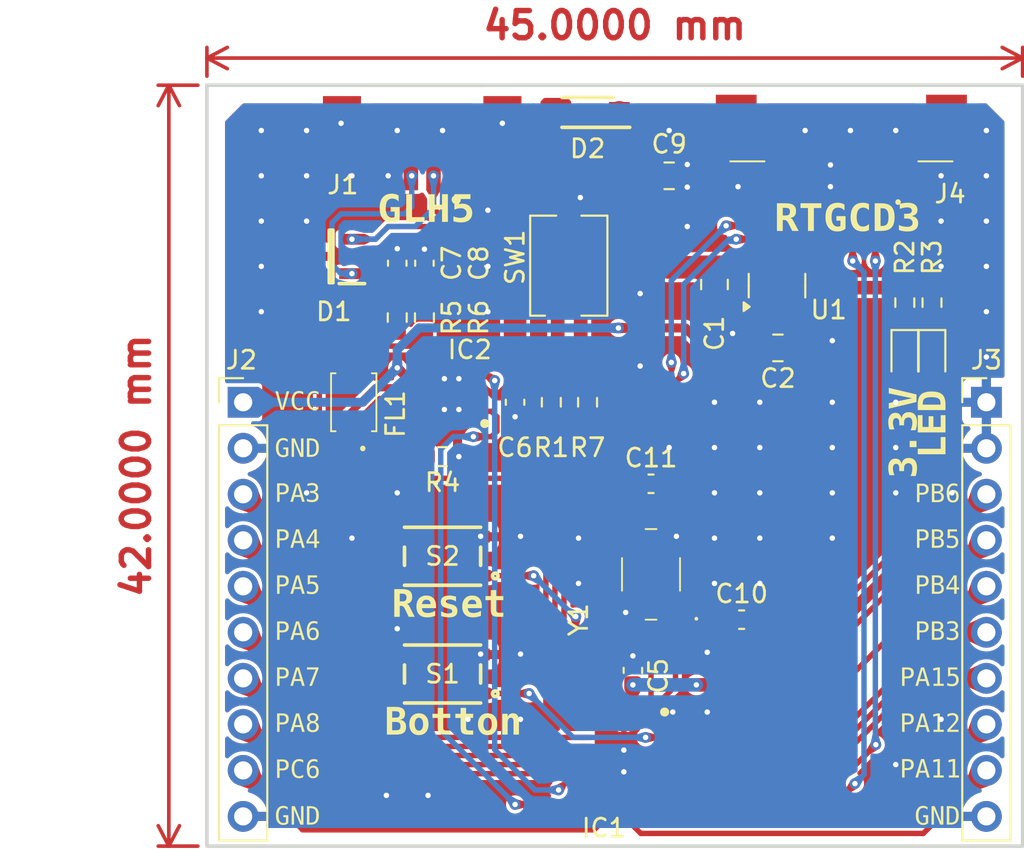
<source format=kicad_pcb>
(kicad_pcb (version 20240108) (generator "pcbnew") (generator_version "8.0")
  (layers (0 "F.Cu" signal) (31 "B.Cu" signal) (34 "B.Paste" user) (35 "F.Paste" user) (36 "B.SilkS" user "B.Silkscreen") (37 "F.SilkS" user "F.Silkscreen") (38 "B.Mask" user) (39 "F.Mask" user) (44 "Edge.Cuts" user))
  (net 0 "")
  (net 1 "GND")
  (net 2 "5V")
  (net 3 "+3.3V")
  (net 4 "CAN_L")
  (net 5 "CAN_H")
  (net 6 "OSC_IN")
  (net 7 "OSC_out")
  (net 8 "Net-(CPU1-K)")
  (net 9 "LED")
  (net 10 "Net-(D2-A)")
  (net 11 "Net-(IC2-CANL)")
  (net 12 "Net-(FL1-Pad2)")
  (net 13 "Net-(IC2-CANH)")
  (net 14 "Net-(FL1-Pad3)")
  (net 15 "SWCLK")
  (net 16 "PA4")
  (net 17 "BT")
  (net 18 "UART1_RX")
  (net 19 "PA3")
  (net 20 "FDCAN_TX")
  (net 21 "PA15")
  (net 22 "PA12")
  (net 23 "UART1_TX")
  (net 24 "SWDIO")
  (net 25 "PA7")
  (net 26 "PA11")
  (net 27 "PB6")
  (net 28 "PB3")
  (net 29 "PA6")
  (net 30 "FDCAN_RX")
  (net 31 "PA5")
  (net 32 "PC6")
  (net 33 "nRST")
  (net 34 "PA8")
  (net 35 "PB5")
  (net 36 "PB4")
  (net 37 "Net-(IC2-S)")
  (net 38 "ID")
  (net 43 "Net-(3.3V1-K)")
  (net 44 "Net-(R1-Pad1)")
  (net 45 "Net-(R7-Pad1)")
  (footprint "Resistor_SMD:R_0603_1608Metric" (layer "F.Cu") (at 140.5 82 90)
    (property "Reference" "R2")
    (property "Value" "4.7K" (hide yes))
  )
  (footprint "TJA1051TK_3,118:SON65P300X300X100-9N-D" (layer "F.Cu") (at 115.45 87.025 180)
    (property "Reference" "IC2")
    (property "Value" "TJA1051TK_3,118" (hide yes))
  )
  (footprint "SKRPACE010:SKRPACE010" (layer "F.Cu") (at 115 102.5 180)
    (property "Reference" "S1")
    (property "Value" "SKRPACE010" (hide yes))
  )
  (footprint "Capacitor_SMD:C_0603_1608Metric" (layer "F.Cu") (at 125.5 102.3 90)
    (property "Reference" "C5")
    (property "Value" "100nF" (hide yes))
  )
  (footprint "Capacitor_SMD:C_0805_2012Metric" (layer "F.Cu") (at 133.5 84.5 180)
    (property "Reference" "C2")
    (property "Value" "2.2uF/10V" (hide yes))
  )
  (footprint "Capacitor_SMD:C_0805_2012Metric" (layer "F.Cu") (at 130 81 -90)
    (property "Reference" "C1")
    (property "Value" "10uF/25V" (hide yes))
  )
  (footprint "ESDCAN24-2BLY:SOT95P255X125-3N" (layer "F.Cu") (at 108.85 79.45 180)
    (property "Reference" "D1")
    (property "Value" "ESDCAN24-2BLY" (hide yes))
  )
  (footprint "Resistor_SMD:R_0603_1608Metric" (layer "F.Cu") (at 114 82.825 -90)
    (property "Reference" "R6")
    (property "Value" "10" (hide yes))
  )
  (footprint "SKRPACE010:SKRPACE010" (layer "F.Cu") (at 115 96 180)
    (property "Reference" "S2")
    (property "Value" "SKRPACE010" (hide yes))
  )
  (footprint "Resistor_SMD:R_0603_1608Metric" (layer "F.Cu") (at 123 87.5 -90)
    (property "Reference" "R7")
    (property "Value" "22" (hide yes))
  )
  (footprint "Resistor_SMD:R_0603_1608Metric" (layer "F.Cu") (at 121 87.5 -90)
    (property "Reference" "R1")
    (property "Value" "120" (hide yes))
  )
  (footprint "Resistor_SMD:R_0603_1608Metric" (layer "F.Cu") (at 115 90.5 180)
    (property "Reference" "R4")
    (property "Value" "10K" (hide yes))
  )
  (footprint "DSHP02TSGER:DSHP02TSGER" (layer "F.Cu") (at 121.35 83.8 90)
    (property "Reference" "SW1")
    (property "Value" "DSHP02TSGER" (hide yes))
  )
  (footprint "Capacitor_SMD:C_0603_1608Metric" (layer "F.Cu") (at 112.5 79.825 90)
    (property "Reference" "C7")
    (property "Value" "220pF" (hide yes))
  )
  (footprint "Capacitor_SMD:C_0805_2012Metric" (layer "F.Cu") (at 127.5 75)
    (property "Reference" "C9")
    (property "Value" "10uF/25V" (hide yes))
  )
  (footprint "Capacitor_SMD:C_0603_1608Metric" (layer "F.Cu") (at 114 79.825 90)
    (property "Reference" "C8")
    (property "Value" "220pF" (hide yes))
  )
  (footprint "LED_SMD:LED_0603_1608Metric" (layer "F.Cu") (at 142 85 -90)
    (property "Reference" "CPU1" (hide yes))
    (property "Value" "LED" (hide yes))
  )
  (footprint "STM32C092GCU6:QFN50P400X400X60-28N-D" (layer "F.Cu") (at 125 107 -90)
    (property "Reference" "IC1")
    (property "Value" "STM32C092GCU6" (hide yes))
  )
  (footprint "Package_TO_SOT_SMD:SOT-23" (layer "F.Cu") (at 133.45 81.0625 90)
    (property "Reference" "U1")
    (property "Value" "XC6206P332MR" (hide yes))
  )
  (footprint "Connector_PinHeader_2.54mm:PinHeader_1x10_P2.54mm_Vertical" (layer "F.Cu") (at 145 87.5)
    (property "Reference" "J3")
    (property "Value" "Conn_01x10" (hide yes))
  )
  (footprint "Capacitor_SMD:C_0603_1608Metric" (layer "F.Cu") (at 119 87.5 -90)
    (property "Reference" "C6")
    (property "Value" "100nF/25V" (hide yes))
  )
  (footprint "DLW32SH101XF2L:DLW32SH101XF2L" (layer "F.Cu") (at 110.1 87.5 90)
    (property "Reference" "FL1")
    (property "Value" "DLW32SH101XF2L" (hide yes))
  )
  (footprint "Capacitor_SMD:C_0603_1608Metric" (layer "F.Cu") (at 126.5 92)
    (property "Reference" "C11")
    (property "Value" "8.2pF" (hide yes))
  )
  (footprint "53261-0471:53261-0471" (layer "F.Cu") (at 113.875 74.2 180)
    (property "Reference" "J1")
    (property "Value" "12505WS-04" (hide yes))
  )
  (footprint "53261-0671:532610671" (layer "F.Cu") (at 137 72.1 180)
    (property "Reference" "J4")
    (property "Value" "12505WS-06" (hide yes))
  )
  (footprint "LED_SMD:LED_0603_1608Metric" (layer "F.Cu") (at 140.5 85 -90)
    (property "Reference" "3.3V1" (hide yes))
    (property "Value" "LED" (hide yes))
  )
  (footprint "Resistor_SMD:R_0603_1608Metric" (layer "F.Cu") (at 142 82 90)
    (property "Reference" "R3")
    (property "Value" "4.7K" (hide yes))
  )
  (footprint "Capacitor_SMD:C_0603_1608Metric" (layer "F.Cu") (at 131.5 99.5)
    (property "Reference" "C10")
    (property "Value" "8.2pF" (hide yes))
  )
  (footprint "Connector_PinHeader_2.54mm:PinHeader_1x10_P2.54mm_Vertical" (layer "F.Cu") (at 104 87.5)
    (property "Reference" "J2")
    (property "Value" "Conn_01x10" (hide yes))
  )
  (footprint "SM5817PL-TP:SOD3716X120N" (layer "F.Cu") (at 123 71.5 180)
    (property "Reference" "D2")
    (property "Value" "SM5817PL-TP" (hide yes))
  )
  (footprint "Resistor_SMD:R_0603_1608Metric" (layer "F.Cu") (at 112.5 82.825 -90)
    (property "Reference" "R5")
    (property "Value" "10" (hide yes))
  )
  (footprint "XTAL_50X32mm:XTAL_50X32mm" (layer "F.Cu") (at 126.5 97 90)
    (property "Reference" "Y1")
    (property "Value" "8MHz_50X32mm" (hide yes))
  )
  (gr_rect (start 102 70) (end 147 112) (stroke (width 0.2)) (fill none) (layer "Edge.Cuts"))
  (gr_text "PA12" (at 141.9 105.279293 0) (layer "F.SilkS") (effects (font (size 1 1))))
  (gr_text "RTGCD3" (at 133.3 78.3 0) (layer "F.SilkS") (effects (font (size 1.5 1.6) (thickness 0.3) (bold yes)) (justify left bottom)))
  (gr_text "GND" (at 142.3 110.4 0) (layer "F.SilkS") (effects (font (size 1 1))))
  (gr_text "PA7" (at 107 102.739293 0) (layer "F.SilkS") (effects (font (size 1 1))))
  (gr_text "GND" (at 107.000707 110.4 0) (layer "F.SilkS") (effects (font (size 1 1))))
  (gr_text "PC6" (at 107 107.819293 0) (layer "F.SilkS") (effects (font (size 1 1))))
  (gr_text "LED" (at 143 90.6 90) (layer "F.SilkS") (effects (font (size 1.5 1.5) (thickness 0.3) (bold yes)) (justify left bottom)))
  (gr_text "PA6" (at 107 100.199293 0) (layer "F.SilkS") (effects (font (size 1 1))))
  (gr_text "PB4" (at 142.3 97.659293 0) (layer "F.SilkS") (effects (font (size 1 1))))
  (gr_text "PB5" (at 142.3 95.119293 0) (layer "F.SilkS") (effects (font (size 1 1))))
  (gr_text "PA3" (at 107 92.579293 0) (layer "F.SilkS") (effects (font (size 1 1))))
  (gr_text "Botton" (at 111.8 106.1 0) (layer "F.SilkS") (effects (font (size 1.5 1.5) (thickness 0.3) (bold yes)) (justify left bottom)))
  (gr_text "PA11" (at 141.9 107.8 0) (layer "F.SilkS") (effects (font (size 1 1))))
  (gr_text "VCC" (at 107 87.5 0) (layer "F.SilkS") (effects (font (size 1 1))))
  (gr_text "GLH5" (at 111.4 77.8 0) (layer "F.SilkS") (effects (font (size 1.5 1.6) (thickness 0.3) (bold yes)) (justify left bottom)))
  (gr_text "PA8" (at 107 105.279293 0) (layer "F.SilkS") (effects (font (size 1 1))))
  (gr_text "GND" (at 107 90.1 0) (layer "F.SilkS") (effects (font (size 1 1))))
  (gr_text "PA15" (at 141.9 102.74 0) (layer "F.SilkS") (effects (font (size 1 1))))
  (gr_text "PA4" (at 107 95.119293 0) (layer "F.SilkS") (effects (font (size 1 1))))
  (gr_text "PB3" (at 142.3 100.2 0) (layer "F.SilkS") (effects (font (size 1 1))))
  (gr_text "3.3V" (at 141.4 91.7 90) (layer "F.SilkS") (effects (font (size 1.5 1.5) (thickness 0.3) (bold yes)) (justify left bottom)))
  (gr_text "PB6" (at 142.3 92.6 0) (layer "F.SilkS") (effects (font (size 1 1))))
  (gr_text "PA5" (at 107 97.659293 0) (layer "F.SilkS") (effects (font (size 1 1))))
  (gr_text "Reset" (at 112.2 99.6 0) (layer "F.SilkS") (effects (font (size 1.5 1.5) (thickness 0.3) (bold yes)) (justify left bottom)))
  (dimension (type aligned) (layer "F.Cu") (pts (xy 102 70) (xy 102 112)) (height 2.1) (gr_text "42.0000 mm" (at 98.1 91 90) (layer "F.Cu") (effects (font (size 1.5 1.5) (thickness 0.3)))) (format (prefix "") (suffix "") (units 3) (units_format 1) (precision 4)) (style (thickness 0.2) (arrow_length 1.27) (text_position_mode 0) (extension_height 0.58642) (extension_offset 0.5) keep_text_aligned))
  (dimension (type aligned) (layer "F.Cu") (pts (xy 102 70) (xy 147 70)) (height -1.5) (gr_text "45.0000 mm" (at 124.5 66.7 0) (layer "F.Cu") (effects (font (size 1.5 1.5) (thickness 0.3)))) (format (prefix "") (suffix "") (units 3) (units_format 1) (precision 4)) (style (thickness 0.2) (arrow_length 1.27) (text_position_mode 0) (extension_height 0.58642) (extension_offset 0.5) keep_text_aligned))
  (segment (start 115.775 87.35) (end 115.45 87.025) (width 0.4) (layer "F.Cu") (net 1))
  (segment (start 116.9 87.35) (end 115.775 87.35) (width 0.4) (layer "F.Cu") (net 1))
  (via (at 117.5 76.9) (size 0.6) (drill 0.3) (layers "F.Cu" "B.Cu") (net 1))
  (via (at 118.3 72.1) (size 0.6) (drill 0.3) (layers "F.Cu" "B.Cu") (net 1))
  (via (at 125 107.9) (size 0.6) (drill 0.3) (layers "F.Cu" "B.Cu") (net 1))
  (via (at 136.5 84.1) (size 0.6) (drill 0.3) (layers "F.Cu" "B.Cu") (net 1))
  (via (at 105 80) (size 0.6) (drill 0.3) (layers "F.Cu" "B.Cu") (net 1))
  (via (at 119.3 94.9) (size 0.6) (drill 0.3) (layers "F.Cu" "B.Cu") (net 1))
  (via (at 143.1 92.5) (size 0.6) (drill 0.3) (layers "F.Cu" "B.Cu") (net 1))
  (via (at 112.5 72.5) (size 0.6) (drill 0.3) (layers "F.Cu" "B.Cu") (net 1))
  (via (at 142.5 80) (size 0.6) (drill 0.3) (layers "F.Cu" "B.Cu") (net 1))
  (via (at 140 92.5) (size 0.6) (drill 0.3) (layers "F.Cu" "B.Cu") (net 1))
  (via (at 140 107.5) (size 0.6) (drill 0.3) (layers "F.Cu" "B.Cu") (net 1))
  (via (at 119.3 101.4) (size 0.6) (drill 0.3) (layers "F.Cu" "B.Cu") (net 1))
  (via (at 140 72.5) (size 0.6) (drill 0.3) (layers "F.Cu" "B.Cu") (net 1))
  (via (at 119.3 105) (size 0.6) (drill 0.3) (layers "F.Cu" "B.Cu") (net 1))
  (via (at 117.1 101.4) (size 0.6) (drill 0.3) (layers "F.Cu" "B.Cu") (net 1))
  (via (at 145 77.5) (size 0.6) (drill 0.3) (layers "F.Cu" "B.Cu") (net 1))
  (via (at 129.6 101.3) (size 0.6) (drill 0.3) (layers "F.Cu" "B.Cu") (net 1))
  (via (at 132.5 87.5) (size 0.6) (drill 0.3) (layers "F.Cu" "B.Cu") (net 1))
  (via (at 130 97.5) (size 0.6) (drill 0.3) (layers "F.Cu" "B.Cu") (net 1))
  (via (at 145 75) (size 0.6) (drill 0.3) (layers "F.Cu" "B.Cu") (net 1))
  (via (at 128.5 75.625) (size 0.6) (drill 0.3) (layers "F.Cu" "B.Cu") (net 1))
  (via (at 145 85) (size 0.6) (drill 0.3) (layers "F.Cu" "B.Cu") (net 1))
  (via (at 115.1 87.9) (size 0.6) (drill 0.3) (layers "F.Cu" "B.Cu") (net 1))
  (via (at 125.9 81.5) (size 0.6) (drill 0.3) (layers "F.Cu" "B.Cu") (net 1))
  (via (at 125.1 99.1) (size 0.6) (drill 0.3) (layers "F.Cu" "B.Cu") (net 1))
  (via (at 130 92.5) (size 0.6) (drill 0.3) (layers "F.Cu" "B.Cu") (net 1))
  (via (at 105 82.5) (size 0.6) (drill 0.3) (layers "F.Cu" "B.Cu") (net 1))
  (via (at 130 87.5) (size 0.6) (drill 0.3) (layers "F.Cu" "B.Cu") (net 1))
  (via (at 140 90) (size 0.6) (drill 0.3) (layers "F.Cu" "B.Cu") (net 1))
  (via (at 114 79.05) (size 0.6) (drill 0.3) (layers "F.Cu" "B.Cu") (net 1))
  (via (at 145 82.5) (size 0.6) (drill 0.3) (layers "F.Cu" "B.Cu") (net 1))
  (via (at 135 72.5) (size 0.6) (drill 0.3) (layers "F.Cu" "B.Cu") (net 1))
  (via (at 131 83.7) (size 0.6) (drill 0.3) (layers "F.Cu" "B.Cu") (net 1))
  (via (at 125.5 101.5) (size 0.6) (drill 0.3) (layers "F.Cu" "B.Cu") (net 1))
  (via (at 112.5 92.5) (size 0.6) (drill 0.3) (layers "F.Cu" "B.Cu") (net 1))
  (via (at 119 88.3) (size 0.6) (drill 0.3) (layers "F.Cu" "B.Cu") (net 1))
  (via (at 109.4 72.1) (size 0.6) (drill 0.3) (layers "F.Cu" "B.Cu") (net 1))
  (via (at 110 95) (size 0.6) (drill 0.3) (layers "F.Cu" "B.Cu") (net 1))
  (via (at 137.5 72.5) (size 0.6) (drill 0.3) (layers "F.Cu" "B.Cu") (net 1))
  (via (at 130 95) (size 0.6) (drill 0.3) (layers "F.Cu" "B.Cu") (net 1))
  (via (at 125.9 85.5) (size 0.6) (drill 0.3) (layers "F.Cu" "B.Cu") (net 1))
  (via (at 112.5 79.025) (size 0.6) (drill 0.3) (layers "F.Cu" "B.Cu") (net 1))
  (via (at 117.5 82.5) (size 0.6) (drill 0.3) (layers "F.Cu" "B.Cu") (net 1))
  (via (at 128.5 77.8) (size 0.6) (drill 0.3) (layers "F.Cu" "B.Cu") (net 1))
  (via (at 122.5 97.5) (size 0.6) (drill 0.3) (layers "F.Cu" "B.Cu") (net 1))
  (via (at 136.5 90) (size 0.6) (drill 0.3) (layers "F.Cu" "B.Cu") (net 1))
  (via (at 117.1 94.9) (size 0.6) (drill 0.3) (layers "F.Cu" "B.Cu") (net 1))
  (via (at 114.2 109.2) (size 0.6) (drill 0.3) (layers "F.Cu" "B.Cu") (net 1))
  (via (at 115.1 86.2) (size 0.6) (drill 0.3) (layers "F.Cu" "B.Cu") (net 1))
  (via (at 130 90) (size 0.6) (drill 0.3) (layers "F.Cu" "B.Cu") (net 1))
  (via (at 132.5 90) (size 0.6) (drill 0.3) (layers "F.Cu" "B.Cu") (net 1))
  (via (at 115.9 87.9) (size 0.6) (drill 0.3) (layers "F.Cu" "B.Cu") (net 1))
  (via (at 129.6 104.6) (size 0.6) (drill 0.3) (layers "F.Cu" "B.Cu") (net 1))
  (via (at 127.7 104.6) (size 0.6) (drill 0.3) (layers "F.Cu" "B.Cu") (net 1))
  (via (at 131.3 75.6) (size 0.6) (drill 0.3) (layers "F.Cu" "B.Cu") (net 1))
  (via (at 145 72.5) (size 0.6) (drill 0.3) (layers "F.Cu" "B.Cu") (net 1))
  (via (at 136.5 95) (size 0.6) (drill 0.3) (layers "F.Cu" "B.Cu") (net 1))
  (via (at 115 72.5) (size 0.6) (drill 0.3) (layers "F.Cu" "B.Cu") (net 1))
  (via (at 127.5 72.5) (size 0.6) (drill 0.3) (layers "F.Cu" "B.Cu") (net 1))
  (via (at 142.5 77.5) (size 0.6) (drill 0.3) (layers "F.Cu" "B.Cu") (net 1))
  (via (at 142.5 105) (size 0.6) (drill 0.3) (layers "F.Cu" "B.Cu") (net 1))
  (via (at 105 77.5) (size 0.6) (drill 0.3) (layers "F.Cu" "B.Cu") (net 1))
  (via (at 111.9 109.2) (size 0.6) (drill 0.3) (layers "F.Cu" "B.Cu") (net 1))
  (via (at 116.4 105) (size 0.6) (drill 0.3) (layers "F.Cu" "B.Cu") (net 1))
  (via (at 132.5 95) (size 0.6) (drill 0.3) (layers "F.Cu" "B.Cu") (net 1))
  (via (at 107.5 77.5) (size 0.6) (drill 0.3) (layers "F.Cu" "B.Cu") (net 1))
  (via (at 107.5 75) (size 0.6) (drill 0.3) (layers "F.Cu" "B.Cu") (net 1))
  (via (at 127.9 94.9) (size 0.6) (drill 0.3) (layers "F.Cu" "B.Cu") (net 1))
  (via (at 105 75) (size 0.6) (drill 0.3) (layers "F.Cu" "B.Cu") (net 1))
  (via (at 107.5 92.5) (size 0.6) (drill 0.3) (layers "F.Cu" "B.Cu") (net 1))
  (via (at 136.5 92.5) (size 0.6) (drill 0.3) (layers "F.Cu" "B.Cu") (net 1))
  (via (at 127.5 90) (size 0.6) (drill 0.3) (layers "F.Cu" "B.Cu") (net 1))
  (via (at 125 106.7) (size 0.6) (drill 0.3) (layers "F.Cu" "B.Cu") (net 1))
  (via (at 140 87.5) (size 0.6) (drill 0.3) (layers "F.Cu" "B.Cu") (net 1))
  (via (at 112.5 100) (size 0.6) (drill 0.3) (layers "F.Cu" "B.Cu") (net 1))
  (via (at 117.5 80) (size 0.6) (drill 0.3) (layers "F.Cu" "B.Cu") (net 1))
  (via (at 132.5 97.5) (size 0.6) (drill 0.3) (layers "F.Cu" "B.Cu") (net 1))
  (via (at 110 75) (size 0.6) (drill 0.3) (layers "F.Cu" "B.Cu") (net 1))
  (via (at 136.4 75.6) (size 0.6) (drill 0.3) (layers "F.Cu" "B.Cu") (net 1))
  (via (at 107.5 72.5) (size 0.6) (drill 0.3) (layers "F.Cu" "B.Cu") (net 1))
  (via (at 105 72.5) (size 0.6) (drill 0.3) (layers "F.Cu" "B.Cu") (net 1))
  (via (at 145 80) (size 0.6) (drill 0.3) (layers "F.Cu" "B.Cu") (net 1))
  (via (at 142.5 75) (size 0.6) (drill 0.3) (layers "F.Cu" "B.Cu") (net 1))
  (via (at 128.5 74.375) (size 0.6) (drill 0.3) (layers "F.Cu" "B.Cu") (net 1))
  (via (at 136.4 74.4) (size 0.6) (drill 0.3) (layers "F.Cu" "B.Cu") (net 1))
  (via (at 122.6 76.2) (size 0.6) (drill 0.3) (layers "F.Cu" "B.Cu") (net 1))
  (via (at 136.5 87.5) (size 0.6) (drill 0.3) (layers "F.Cu" "B.Cu") (net 1))
  (via (at 115.9 86.2) (size 0.6) (drill 0.3) (layers "F.Cu" "B.Cu") (net 1))
  (via (at 122.5 95) (size 0.6) (drill 0.3) (layers "F.Cu" "B.Cu") (net 1))
  (via (at 115.9 90.5) (size 0.6) (drill 0.3) (layers "F.Cu" "B.Cu") (net 1))
  (via (at 132.5 92.5) (size 0.6) (drill 0.3) (layers "F.Cu" "B.Cu") (net 1))
  (via (at 112 75) (size 0.6) (drill 0.3) (layers "F.Cu" "B.Cu") (net 1))
  (segment (start 126.3 78.9) (end 122.4 78.9) (width 1.25) (layer "F.Cu") (net 2))
  (segment (start 127.45 80.05) (end 130 80.05) (width 1.25) (layer "F.Cu") (net 2))
  (segment (start 126.5 79.1) (end 126.3 78.9) (width 1.25) (layer "F.Cu") (net 2))
  (segment (start 124.75 73.2) (end 126.55 75) (width 1.25) (layer "F.Cu") (net 2))
  (segment (start 126.3 78.9) (end 127.45 80.05) (width 1.25) (layer "F.Cu") (net 2))
  (segment (start 119 82.3) (end 119 86.725) (width 1.25) (layer "F.Cu") (net 2))
  (segment (start 126.5 75.05) (end 126.5 79.1) (width 1.25) (layer "F.Cu") (net 2))
  (segment (start 126.55 75) (end 126.5 75.05) (width 1.25) (layer "F.Cu") (net 2))
  (segment (start 122.4 78.9) (end 119 82.3) (width 1.25) (layer "F.Cu") (net 2))
  (segment (start 124.75 71.5) (end 124.75 73.2) (width 1.25) (layer "F.Cu") (net 2))
  (segment (start 134.45 86.1) (end 134.45 98.937606) (width 0.75) (layer "F.Cu") (net 3))
  (segment (start 130.287606 103.1) (end 129 103.1) (width 0.75) (layer "F.Cu") (net 3))
  (segment (start 140.125 80.8) (end 140.5 81.175) (width 0.75) (layer "F.Cu") (net 3))
  (segment (start 134.45 84.5) (end 134.45 86.1) (width 0.75) (layer "F.Cu") (net 3))
  (segment (start 142 81.175) (end 137.525 81.175) (width 0.75) (layer "F.Cu") (net 3))
  (segment (start 131.1 86.1) (end 134.45 86.1) (width 0.5) (layer "F.Cu") (net 3))
  (segment (start 125.5 103.075) (end 125.5 104.9) (width 0.3) (layer "F.Cu") (net 3))
  (segment (start 134.45 98.937606) (end 130.287606 103.1) (width 0.75) (layer "F.Cu") (net 3))
  (segment (start 140.125 75) (end 140.125 80.8) (width 0.75) (layer "F.Cu") (net 3))
  (segment (start 112.95 86.05) (end 114 86.05) (width 0.5) (layer "F.Cu") (net 3))
  (segment (start 112.5 85.6) (end 112.95 86.05) (width 0.5) (layer "F.Cu") (net 3))
  (segment (start 128.4 83.4) (end 131.1 86.1) (width 0.5) (layer "F.Cu") (net 3))
  (segment (start 137.525 81.175) (end 136.7 82) (width 0.75) (layer "F.Cu") (net 3))
  (segment (start 136.7 82) (end 134.4 82) (width 0.75) (layer "F.Cu") (net 3))
  (segment (start 124.7 83.4) (end 128.4 83.4) (width 0.5) (layer "F.Cu") (net 3))
  (via (at 112.5 85.6) (size 0.6) (drill 0.3) (layers "F.Cu" "B.Cu") (net 3))
  (via (at 124.7 83.4) (size 0.6) (drill 0.3) (layers "F.Cu" "B.Cu") (net 3))
  (via (at 129 103.1) (size 0.6) (drill 0.3) (layers "F.Cu" "B.Cu") (net 3))
  (via (at 125.5 103.1) (size 0.6) (drill 0.3) (layers "F.Cu" "B.Cu") (net 3))
  (segment (start 113.7 83.4) (end 124.7 83.4) (width 0.5) (layer "B.Cu") (net 3))
  (segment (start 112.5 85.6) (end 112.5 84.6) (width 0.5) (layer "B.Cu") (net 3))
  (segment (start 110.6 87.5) (end 104 87.5) (width 0.5) (layer "B.Cu") (net 3))
  (segment (start 112.5 85.6) (end 110.6 87.5) (width 0.5) (layer "B.Cu") (net 3))
  (segment (start 125.5 103.1) (end 129 103.1) (width 0.75) (layer "B.Cu") (net 3))
  (segment (start 112.5 84.6) (end 113.7 83.4) (width 0.5) (layer "B.Cu") (net 3))
  (segment (start 121 89.6) (end 118.9 91.7) (width 0.3) (layer "F.Cu") (net 4))
  (segment (start 111 82) (end 112.5 82) (width 0.3) (layer "F.Cu") (net 4))
  (segment (start 112.3 80.4) (end 110 80.4) (width 0.3) (layer "F.Cu") (net 4))
  (segment (start 112.5 80.6) (end 112.3 80.4) (width 0.3) (layer "F.Cu") (net 4))
  (segment (start 110.2 91.7) (end 108.2 89.7) (width 0.3) (layer "F.Cu") (net 4))
  (segment (start 108.2 89.7) (end 108.2 84.8) (width 0.3) (layer "F.Cu") (net 4))
  (segment (start 118.9 91.7) (end 110.2 91.7) (width 0.3) (layer "F.Cu") (net 4))
  (segment (start 121 88.325) (end 121 89.6) (width 0.3) (layer "F.Cu") (net 4))
  (segment (start 112.5 82) (end 112.5 80.6) (width 0.3) (layer "F.Cu") (net 4))
  (segment (start 108.2 84.8) (end 111 82) (width 0.3) (layer "F.Cu") (net 4))
  (via (at 110 80.4) (size 0.6) (drill 0.3) (layers "F.Cu" "B.Cu") (net 4))
  (via (at 113.3 75) (size 0.6) (drill 0.3) (layers "F.Cu" "B.Cu") (net 4))
  (segment (start 108.9 77.6) (end 108.9 79.9) (width 0.3) (layer "B.Cu") (net 4))
  (segment (start 109.4 77.1) (end 108.9 77.6) (width 0.3) (layer "B.Cu") (net 4))
  (segment (start 113.3 75) (end 113.3 76.7) (width 0.3) (layer "B.Cu") (net 4))
  (segment (start 113.3 76.7) (end 112.9 77.1) (width 0.3) (layer "B.Cu") (net 4))
  (segment (start 112.9 77.1) (end 109.4 77.1) (width 0.3) (layer "B.Cu") (net 4))
  (segment (start 108.9 79.9) (end 109.4 80.4) (width 0.3) (layer "B.Cu") (net 4))
  (segment (start 109.4 80.4) (end 110 80.4) (width 0.3) (layer "B.Cu") (net 4))
  (segment (start 121.35 77.4) (end 121.35 76.18) (width 0.3) (layer "F.Cu") (net 5))
  (segment (start 111.3 78.5) (end 110 78.5) (width 0.3) (layer "F.Cu") (net 5))
  (segment (start 114 80.6) (end 114.825 79.775) (width 0.3) (layer "F.Cu") (net 5))
  (segment (start 112 77.8) (end 111.3 78.5) (width 0.3) (layer "F.Cu") (net 5))
  (segment (start 114.5 75) (end 114.5 76.8) (width 0.3) (layer "F.Cu") (net 5))
  (segment (start 114.825 79.775) (end 114.825 78.580592) (width 0.3) (layer "F.Cu") (net 5))
  (segment (start 120.85 77.9) (end 121.35 77.4) (width 0.3) (layer "F.Cu") (net 5))
  (segment (start 114.825 78.580592) (end 114.044408 77.8) (width 0.3) (layer "F.Cu") (net 5))
  (segment (start 114 82) (end 114 80.6) (width 0.3) (layer "F.Cu") (net 5))
  (segment (start 114.5 76.8) (end 115.6 77.9) (width 0.3) (layer "F.Cu") (net 5))
  (segment (start 114.044408 77.8) (end 112 77.8) (width 0.3) (layer "F.Cu") (net 5))
  (segment (start 115.6 77.9) (end 120.85 77.9) (width 0.3) (layer "F.Cu") (net 5))
  (via (at 114.5 75) (size 0.6) (drill 0.3) (layers "F.Cu" "B.Cu") (net 5))
  (via (at 110 78.5) (size 0.6) (drill 0.3) (layers "F.Cu" "B.Cu") (net 5))
  (segment (start 112 77.8) (end 113.5 77.8) (width 0.3) (layer "B.Cu") (net 5))
  (segment (start 114.5 76.8) (end 114.5 75) (width 0.3) (layer "B.Cu") (net 5))
  (segment (start 113.5 77.8) (end 114.5 76.8) (width 0.3) (layer "B.Cu") (net 5))
  (segment (start 110 78.5) (end 111.3 78.5) (width 0.3) (layer "B.Cu") (net 5))
  (segment (start 111.3 78.5) (end 112 77.8) (width 0.3) (layer "B.Cu") (net 5))
  (segment (start 128.25 99.5) (end 127.85 99.1) (width 0.3) (layer "F.Cu") (net 6))
  (segment (start 126.5 104.9) (end 126.5 104.507106) (width 0.3) (layer "F.Cu") (net 6))
  (segment (start 126.5 104.507106) (end 127.85 103.157106) (width 0.3) (layer "F.Cu") (net 6))
  (segment (start 130.725 99.5) (end 128.25 99.5) (width 0.3) (layer "F.Cu") (net 6))
  (segment (start 127.85 103.157106) (end 127.85 99.1) (width 0.3) (layer "F.Cu") (net 6))
  (segment (start 126 104.3) (end 126.5 103.8) (width 0.3) (layer "F.Cu") (net 7))
  (segment (start 125.15 94.9) (end 125.725 94.325) (width 0.3) (layer "F.Cu") (net 7))
  (segment (start 126 104.9) (end 126 104.3) (width 0.3) (layer "F.Cu") (net 7))
  (segment (start 125.725 94.325) (end 125.725 92) (width 0.3) (layer "F.Cu") (net 7))
  (segment (start 126.5 98) (end 125.15 96.65) (width 0.3) (layer "F.Cu") (net 7))
  (segment (start 126.5 103.8) (end 126.5 98) (width 0.3) (layer "F.Cu") (net 7))
  (segment (start 125.15 96.65) (end 125.15 94.9) (width 0.3) (layer "F.Cu") (net 7))
  (segment (start 142 84.2125) (end 142 82.825) (width 0.3) (layer "F.Cu") (net 8))
  (segment (start 127.1 105.5) (end 130.16447 105.5) (width 0.3) (layer "F.Cu") (net 9))
  (segment (start 142 93.66447) (end 142 85.7875) (width 0.3) (layer "F.Cu") (net 9))
  (segment (start 130.16447 105.5) (end 142 93.66447) (width 0.3) (layer "F.Cu") (net 9))
  (segment (start 114 86.7) (end 111.3 86.7) (width 0.4) (layer "F.Cu") (net 11))
  (segment (start 111.3 86.7) (end 109.6 88.4) (width 0.4) (layer "F.Cu") (net 11))
  (segment (start 109.6 88.4) (end 109.6 89.025) (width 0.4) (layer "F.Cu") (net 11))
  (segment (start 113.25 84.4) (end 114 83.65) (width 0.3) (layer "F.Cu") (net 12))
  (segment (start 110.6 85.1) (end 111.3 84.4) (width 0.3) (layer "F.Cu") (net 12))
  (segment (start 111.3 84.4) (end 113.25 84.4) (width 0.3) (layer "F.Cu") (net 12))
  (segment (start 110.6 85.975) (end 110.6 85.1) (width 0.3) (layer "F.Cu") (net 12))
  (segment (start 114 87.35) (end 111.55 87.35) (width 0.4) (layer "F.Cu") (net 13))
  (segment (start 110.6 88.3) (end 110.6 89.025) (width 0.4) (layer "F.Cu") (net 13))
  (segment (start 111.55 87.35) (end 110.6 88.3) (width 0.4) (layer "F.Cu") (net 13))
  (segment (start 109.6 85.975) (end 109.6 84.8) (width 0.3) (layer "F.Cu") (net 14))
  (segment (start 109.6 84.8) (end 110.75 83.65) (width 0.3) (layer "F.Cu") (net 14))
  (segment (start 110.75 83.65) (end 112.5 83.65) (width 0.3) (layer "F.Cu") (net 14))
  (segment (start 136 110.3) (end 126.492894 110.3) (width 0.3) (layer "F.Cu") (net 15))
  (segment (start 126.492894 110.3) (end 126 109.807106) (width 0.3) (layer "F.Cu") (net 15))
  (segment (start 126 109.807106) (end 126 109.1) (width 0.3) (layer "F.Cu") (net 15))
  (segment (start 137.75 108.55) (end 136 110.3) (width 0.3) (layer "F.Cu") (net 15))
  (segment (start 137.625 75) (end 137.625 79.7) (width 0.3) (layer "F.Cu") (net 15))
  (via (at 137.625 79.7) (size 0.6) (drill 0.3) (layers "F.Cu" "B.Cu") (net 15))
  (via (at 137.75 108.55) (size 0.6) (drill 0.3) (layers "F.Cu" "B.Cu") (net 15))
  (segment (start 138.25 108.05) (end 138.25 80.325) (width 0.3) (layer "B.Cu") (net 15))
  (segment (start 138.25 80.325) (end 137.625 79.7) (width 0.3) (layer "B.Cu") (net 15))
  (segment (start 137.75 108.55) (end 138.25 108.05) (width 0.3) (layer "B.Cu") (net 15))
  (segment (start 109.3 100.42) (end 104 95.12) (width 0.3) (layer "F.Cu") (net 16))
  (segment (start 122.9 106.5) (end 113.547106 106.5) (width 0.3) (layer "F.Cu") (net 16))
  (segment (start 113.547106 106.5) (end 109.3 102.252894) (width 0.3) (layer "F.Cu") (net 16))
  (segment (start 109.3 102.252894) (end 109.3 100.42) (width 0.3) (layer "F.Cu") (net 16))
  (segment (start 119.775 103.575) (end 117.075 103.575) (width 0.3) (layer "F.Cu") (net 17))
  (segment (start 127.1 106) (end 126.2 106) (width 0.3) (layer "F.Cu") (net 17))
  (via (at 119.775 103.575) (size 0.6) (drill 0.3) (layers "F.Cu" "B.Cu") (net 17))
  (via (at 126.2 106) (size 0.6) (drill 0.3) (layers "F.Cu" "B.Cu") (net 17))
  (segment (start 122.2 106) (end 126.2 106) (width 0.3) (layer "B.Cu") (net 17))
  (segment (start 119.775 103.575) (end 122.2 106) (width 0.3) (layer "B.Cu") (net 17))
  (segment (start 121.2 92.307106) (end 121.2 102) (width 0.3) (layer "F.Cu") (net 18))
  (segment (start 133.875 76.725) (end 133.875 75) (width 0.3) (layer "F.Cu") (net 18))
  (segment (start 121.2 102) (end 123.5 104.3) (width 0.3) (layer "F.Cu") (net 18))
  (segment (start 127.618671 85.3) (end 127.618671 85.888435) (width 0.3) (layer "F.Cu") (net 18))
  (segment (start 123.5 104.3) (end 123.5 104.9) (width 0.3) (layer "F.Cu") (net 18))
  (segment (start 132.842783 77.757217) (end 133.875 76.725) (width 0.3) (layer "F.Cu") (net 18))
  (segment (start 130.642783 77.757217) (end 132.842783 77.757217) (width 0.3) (layer "F.Cu") (net 18))
  (segment (start 127.618671 85.888435) (end 121.2 92.307106) (width 0.3) (layer "F.Cu") (net 18))
  (via (at 127.618671 85.3) (size 0.6) (drill 0.3) (layers "F.Cu" "B.Cu") (net 18))
  (via (at 130.642783 77.757217) (size 0.6) (drill 0.3) (layers "F.Cu" "B.Cu") (net 18))
  (segment (start 127.618671 80.781329) (end 127.618671 85.3) (width 0.3) (layer "B.Cu") (net 18))
  (segment (start 130.642783 77.757217) (end 127.618671 80.781329) (width 0.3) (layer "B.Cu") (net 18))
  (segment (start 109.8 102) (end 113.8 106) (width 0.3) (layer "F.Cu") (net 19))
  (segment (start 109.8 98.38) (end 109.8 102) (width 0.3) (layer "F.Cu") (net 19))
  (segment (start 113.8 106) (end 122.9 106) (width 0.3) (layer "F.Cu") (net 19))
  (segment (start 104 92.58) (end 109.8 98.38) (width 0.3) (layer "F.Cu") (net 19))
  (segment (start 118 88.3) (end 117.7 88) (width 0.3) (layer "F.Cu") (net 20))
  (segment (start 116.7 89.4) (end 117.7 89.4) (width 0.3) (layer "F.Cu") (net 20))
  (segment (start 117.7 89.4) (end 118 89.1) (width 0.3) (layer "F.Cu") (net 20))
  (segment (start 123.342894 109.7) (end 123.5 109.542894) (width 0.3) (layer "F.Cu") (net 20))
  (segment (start 118 89.1) (end 118 88.3) (width 0.3) (layer "F.Cu") (net 20))
  (segment (start 117.7 88) (end 116.9 88) (width 0.3) (layer "F.Cu") (net 20))
  (segment (start 123.5 109.542894) (end 123.5 109.1) (width 0.3) (layer "F.Cu") (net 20))
  (segment (start 119 109.7) (end 123.342894 109.7) (width 0.3) (layer "F.Cu") (net 20))
  (via (at 119 109.7) (size 0.6) (drill 0.3) (layers "F.Cu" "B.Cu") (net 20))
  (via (at 116.7 89.4) (size 0.6) (drill 0.3) (layers "F.Cu" "B.Cu") (net 20))
  (segment (start 115.6 89.4) (end 116.7 89.4) (width 0.3) (layer "B.Cu") (net 20))
  (segment (start 119 109.7) (end 114.9 105.6) (width 0.3) (layer "B.Cu") (net 20))
  (segment (start 114.9 90.1) (end 115.6 89.4) (width 0.3) (layer "B.Cu") (net 20))
  (segment (start 114.9 105.6) (end 114.9 90.1) (width 0.3) (layer "B.Cu") (net 20))
  (segment (start 135.574213 108.5) (end 141.334213 102.74) (width 0.3) (layer "F.Cu") (net 21))
  (segment (start 141.334213 102.74) (end 145 102.74) (width 0.3) (layer "F.Cu") (net 21))
  (segment (start 127.1 108.5) (end 135.574213 108.5) (width 0.3) (layer "F.Cu") (net 21))
  (segment (start 139.48 110.8) (end 145 105.28) (width 0.3) (layer "F.Cu") (net 22))
  (segment (start 125.5 109.1) (end 125.5 110.157106) (width 0.3) (layer "F.Cu") (net 22))
  (segment (start 125.5 110.157106) (end 126.142894 110.8) (width 0.3) (layer "F.Cu") (net 22))
  (segment (start 126.142894 110.8) (end 139.48 110.8) (width 0.3) (layer "F.Cu") (net 22))
  (segment (start 133.8 78.5) (end 135.125 77.175) (width 0.3) (layer "F.Cu") (net 23))
  (segment (start 124 103.9) (end 124 104.9) (width 0.3) (layer "F.Cu") (net 23))
  (segment (start 121.7 101.6) (end 124 103.9) (width 0.3) (layer "F.Cu") (net 23))
  (segment (start 131.2 78.5) (end 133.8 78.5) (width 0.3) (layer "F.Cu") (net 23))
  (segment (start 128.3 85.914212) (end 121.7 92.514212) (width 0.3) (layer "F.Cu") (net 23))
  (segment (start 121.7 92.514212) (end 121.7 101.6) (width 0.3) (layer "F.Cu") (net 23))
  (segment (start 135.125 77.175) (end 135.125 75) (width 0.3) (layer "F.Cu") (net 23))
  (via (at 131.2 78.5) (size 0.6) (drill 0.3) (layers "F.Cu" "B.Cu") (net 23))
  (via (at 128.3 85.914212) (size 0.6) (drill 0.3) (layers "F.Cu" "B.Cu") (net 23))
  (segment (start 131.2 78.5) (end 130.8 78.5) (width 0.3) (layer "B.Cu") (net 23))
  (segment (start 130.8 78.5) (end 128.3 81) (width 0.3) (layer "B.Cu") (net 23))
  (segment (start 128.3 81) (end 128.3 85.914212) (width 0.3) (layer "B.Cu") (net 23))
  (segment (start 138.9 106.4) (end 135.5 109.8) (width 0.3) (layer "F.Cu") (net 24))
  (segment (start 138.875 75) (end 138.875 79.7) (width 0.3) (layer "F.Cu") (net 24))
  (segment (start 126.5 109.6) (end 126.5 109.1) (width 0.3) (layer "F.Cu") (net 24))
  (segment (start 126.7 109.8) (end 126.5 109.6) (width 0.3) (layer "F.Cu") (net 24))
  (segment (start 135.5 109.8) (end 126.7 109.8) (width 0.3) (layer "F.Cu") (net 24))
  (via (at 138.9 106.4) (size 0.6) (drill 0.3) (layers "F.Cu" "B.Cu") (net 24))
  (via (at 138.875 79.7) (size 0.6) (drill 0.3) (layers "F.Cu" "B.Cu") (net 24))
  (segment (start 138.9 106.4) (end 138.875 106.375) (width 0.3) (layer "B.Cu") (net 24))
  (segment (start 138.875 106.375) (end 138.875 79.7) (width 0.3) (layer "B.Cu") (net 24))
  (segment (start 109.26 108) (end 104 102.74) (width 0.3) (layer "F.Cu") (net 25))
  (segment (start 122.9 108) (end 109.26 108) (width 0.3) (layer "F.Cu") (net 25))
  (segment (start 125 110.364212) (end 125.642894 111.007107) (width 0.3) (layer "F.Cu") (net 26))
  (segment (start 125.935787 111.3) (end 141.52 111.3) (width 0.3) (layer "F.Cu") (net 26))
  (segment (start 141.52 111.3) (end 145 107.82) (width 0.3) (layer "F.Cu") (net 26))
  (segment (start 125 109.1) (end 125 110.364212) (width 0.3) (layer "F.Cu") (net 26))
  (segment (start 125.642894 111.007107) (end 125.935787 111.3) (width 0.3) (layer "F.Cu") (net 26))
  (segment (start 131.08 106.5) (end 145 92.58) (width 0.3) (layer "F.Cu") (net 27))
  (segment (start 127.1 106.5) (end 131.08 106.5) (width 0.3) (layer "F.Cu") (net 27))
  (segment (start 132.7 108) (end 135.367106 108) (width 0.3) (layer "F.Cu") (net 28))
  (segment (start 143.167106 100.2) (end 145 100.2) (width 0.3) (layer "F.Cu") (net 28))
  (segment (start 127.1 108) (end 132.7 108) (width 0.3) (layer "F.Cu") (net 28))
  (segment (start 132.7 108) (end 132.701319 108) (width 0.3) (layer "F.Cu") (net 28))
  (segment (start 135.367106 108) (end 143.167106 100.2) (width 0.3) (layer "F.Cu") (net 28))
  (segment (start 122.9 107.5) (end 111.3 107.5) (width 0.3) (layer "F.Cu") (net 29))
  (segment (start 111.3 107.5) (end 104 100.2) (width 0.3) (layer "F.Cu") (net 29))
  (segment (start 117.875 86.3) (end 117.625 86.05) (width 0.3) (layer "F.Cu") (net 30))
  (segment (start 121.8 108.5) (end 121.4 108.9) (width 0.3) (layer "F.Cu") (net 30))
  (segment (start 117.625 86.05) (end 116.9 86.05) (width 0.3) (layer "F.Cu") (net 30))
  (segment (start 122.9 108.5) (end 121.8 108.5) (width 0.3) (layer "F.Cu") (net 30))
  (via (at 117.875 86.3) (size 0.6) (drill 0.3) (layers "F.Cu" "B.Cu") (net 30))
  (via (at 121.4 108.9) (size 0.6) (drill 0.3) (layers "F.Cu" "B.Cu") (net 30))
  (segment (start 117.875 106.675) (end 120.1 108.9) (width 0.3) (layer "B.Cu") (net 30))
  (segment (start 120.1 108.9) (end 121.4 108.9) (width 0.3) (layer "B.Cu") (net 30))
  (segment (start 117.875 86.3) (end 117.875 106.675) (width 0.3) (layer "B.Cu") (net 30))
  (segment (start 122.9 107) (end 113.34 107) (width 0.3) (layer "F.Cu") (net 31))
  (segment (start 113.34 107) (end 104 97.66) (width 0.3) (layer "F.Cu") (net 31))
  (segment (start 124.5 109.957106) (end 123.357106 111.1) (width 0.3) (layer "F.Cu") (net 32))
  (segment (start 124.5 109.1) (end 124.5 109.957106) (width 0.3) (layer "F.Cu") (net 32))
  (segment (start 104 107.82) (end 107.28 111.1) (width 0.3) (layer "F.Cu") (net 32))
  (segment (start 123.357106 111.1) (end 107.28 111.1) (width 0.3) (layer "F.Cu") (net 32))
  (segment (start 120.025 97.075) (end 117.075 97.075) (width 0.3) (layer "F.Cu") (net 33))
  (segment (start 122.35 99.325) (end 122.35 101.442894) (width 0.3) (layer "F.Cu") (net 33))
  (segment (start 122.35 101.442894) (end 124.5 103.592894) (width 0.3) (layer "F.Cu") (net 33))
  (segment (start 124.5 103.592894) (end 124.5 104.9) (width 0.3) (layer "F.Cu") (net 33))
  (via (at 120.025 97.075) (size 0.6) (drill 0.3) (layers "F.Cu" "B.Cu") (net 33))
  (via (at 122.35 99.325) (size 0.6) (drill 0.3) (layers "F.Cu" "B.Cu") (net 33))
  (segment (start 120.025 97.075) (end 122.275 99.325) (width 0.3) (layer "B.Cu") (net 33))
  (segment (start 122.275 99.325) (end 122.35 99.325) (width 0.3) (layer "B.Cu") (net 33))
  (segment (start 109.12 110.4) (end 123.35 110.4) (width 0.3) (layer "F.Cu") (net 34))
  (segment (start 104 105.28) (end 109.12 110.4) (width 0.3) (layer "F.Cu") (net 34))
  (segment (start 124 109.75) (end 124 109.1) (width 0.3) (layer "F.Cu") (net 34))
  (segment (start 123.35 110.4) (end 124 109.75) (width 0.3) (layer "F.Cu") (net 34))
  (segment (start 133.12 107) (end 145 95.12) (width 0.3) (layer "F.Cu") (net 35))
  (segment (start 127.1 107) (end 133.12 107) (width 0.3) (layer "F.Cu") (net 35))
  (segment (start 135.16 107.5) (end 145 97.66) (width 0.3) (layer "F.Cu") (net 36))
  (segment (start 127.1 107.5) (end 135.16 107.5) (width 0.3) (layer "F.Cu") (net 36))
  (segment (start 114 88) (end 113.4 88) (width 0.3) (layer "F.Cu") (net 37))
  (segment (start 113 88.4) (end 113 90.1) (width 0.3) (layer "F.Cu") (net 37))
  (segment (start 113.4 88) (end 113 88.4) (width 0.3) (layer "F.Cu") (net 37))
  (segment (start 113.4 90.5) (end 114.175 90.5) (width 0.3) (layer "F.Cu") (net 37))
  (segment (start 113 90.1) (end 113.4 90.5) (width 0.3) (layer "F.Cu") (net 37))
  (segment (start 120.7 92.1) (end 123 89.8) (width 0.3) (layer "F.Cu") (net 38))
  (segment (start 123 89.8) (end 123 88.325) (width 0.3) (layer "F.Cu") (net 38))
  (segment (start 122.9 105.5) (end 122 105.5) (width 0.3) (layer "F.Cu") (net 38))
  (segment (start 120.7 104.2) (end 120.7 92.1) (width 0.3) (layer "F.Cu") (net 38))
  (segment (start 122 105.5) (end 120.7 104.2) (width 0.3) (layer "F.Cu") (net 38))
  (segment (start 140.5 84.2125) (end 140.5 82.825) (width 0.3) (layer "F.Cu") (net 43))
  (segment (start 121 85.9) (end 121 86.675) (width 0.3) (layer "F.Cu") (net 44))
  (segment (start 121.35 85.55) (end 121 85.9) (width 0.3) (layer "F.Cu") (net 44))
  (segment (start 121.35 83.8) (end 121.35 85.55) (width 0.3) (layer "F.Cu") (net 44))
  (segment (start 123 85.9375) (end 123 86.675) (width 0.3) (layer "F.Cu") (net 45))
  (segment (start 122.62 83.8) (end 122.62 85.5575) (width 0.3) (layer "F.Cu") (net 45))
  (segment (start 122.62 85.5575) (end 123 85.9375) (width 0.3) (layer "F.Cu") (net 45))
  (zone (net 3) (net_name "+3.3V") (layer "F.Cu") (priority 3) (connect_pads yes (clearance 0.2)) (min_thickness 0.25) (fill yes (thermal_gap 0.5) (thermal_bridge_width 0.5))
    (polygon (pts (xy 134.895789 81.1) (xy 135.105789 81.3) (xy 135.095789 85.1) (xy 134.795789 85.4) (xy 134.195789 85.4) (xy 133.895789 85.1) (xy 133.895789 81.3) (xy 134.095789 81.1) (xy 134.195789 81.1)))
  )
  (zone (net 2) (net_name "5V") (layer "F.Cu") (priority 2) (connect_pads yes (clearance 0.2)) (min_thickness 0.25) (fill yes (thermal_gap 0.5) (thermal_bridge_width 0.5))
    (polygon (pts (xy 116.5 86.5) (xy 116.5 86.9) (xy 117.3 86.9) (xy 117.8 87.4) (xy 119.2 87.4) (xy 119.6 87) (xy 118.6 86.3) (xy 118.1 86.8) (xy 117.8 86.8) (xy 117.5 86.5)))
  )
  (zone (net 10) (net_name "Net-(D2-A)") (layer "F.Cu") (priority 1) (connect_pads yes (clearance 0.2)) (min_thickness 0.25) (fill yes (thermal_gap 0.5) (thermal_bridge_width 0.5))
    (polygon (pts (xy 115.4 74.1) (xy 115.3 74.2) (xy 115.3 75.8) (xy 115.4 75.9) (xy 119.6 75.9) (xy 120.8 74.7) (xy 121.5 74.7) (xy 122.1 74.1) (xy 122.1 70.9) (xy 121.9 70.7) (xy 120.6 70.7) (xy 120.4 70.9) (xy 120.4 72.9) (xy 119.2 74.1)))
  )
  (zone (net 2) (net_name "5V") (layer "F.Cu") (priority 1) (connect_pads yes (clearance 0.2)) (min_thickness 0.25) (fill yes (thermal_gap 0.5) (thermal_bridge_width 0.5))
    (polygon (pts (xy 133.7 79.4) (xy 133.8 79.5) (xy 133.8 80.8) (xy 133.7 80.9) (xy 129.2 80.9) (xy 128.8 80.5) (xy 128.8 79.5) (xy 129 79.4)))
  )
  (zone (net 1) (net_name "GND") (layers "F&B.Cu") (connect_pads (clearance 0.2)) (min_thickness 0.25) (fill yes (thermal_gap 0.5) (thermal_bridge_width 0.5))
    (polygon (pts (xy 104 71) (xy 103 72) (xy 103 110) (xy 104 111) (xy 145 111) (xy 146 110) (xy 146 72) (xy 145 71)))
  )
)
</source>
